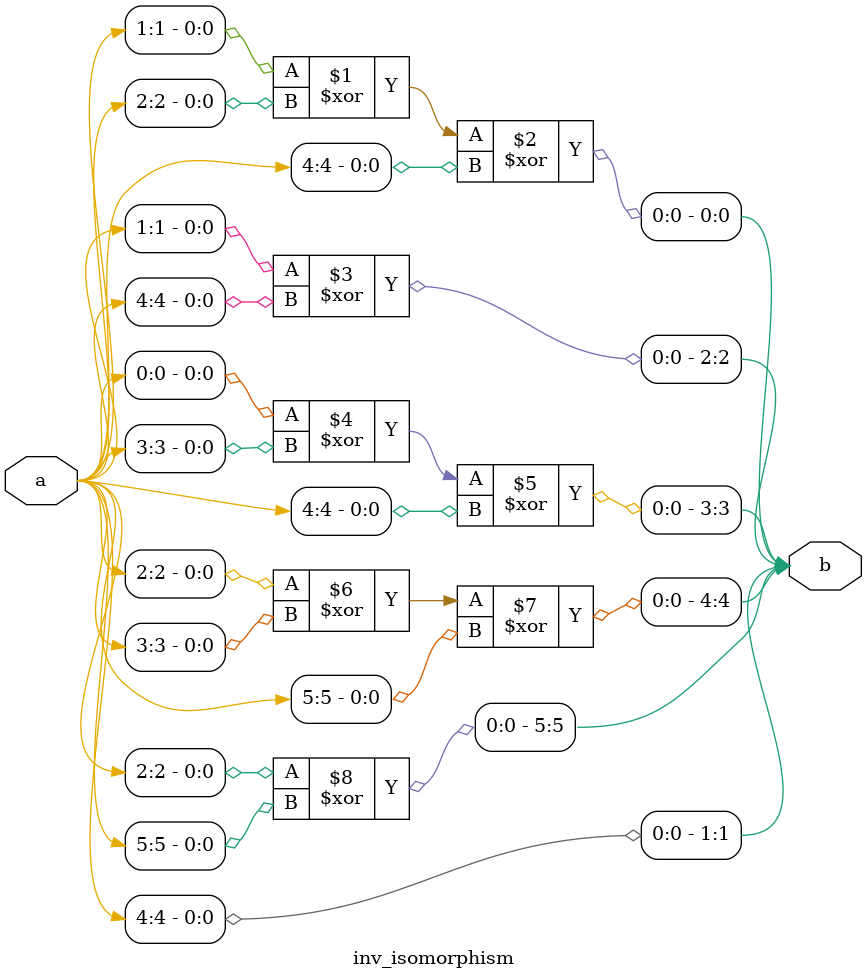
<source format=v>
`timescale 1ns/100ps
module SMS23_5_nn_5_2(x,y);
	 input [5:0] x;
	 output [5:0] y;
	 wire [5:0] w;
	 wire [5:0] p;
	 isomorphism C2 (x,w);
	 power_5 C3 (w,p);
	 inv_isomorphism C4 (p,y);
endmodule

module square_base(a,b);
	 input [1:0] a;
	 output [1:0] b;
	 assign b[0]=a[1];
	 assign b[1]=a[0];
endmodule

module add_base(a,b,c);
	 input [1:0] a;
	 input [1:0] b;
	 output [1:0] c;
	 assign c[0]=a[0]^b[0];
	 assign c[1]=a[1]^b[1];
endmodule

module constant_multiplication_base_0(a,b);
	 input [1:0] a;
	 output [1:0] b;
	 assign b[0]=0;
	 assign b[1]=0;
endmodule

module constant_multiplication_base_1(a,b);
	 input [1:0] a;
	 output [1:0] b;
	 assign b[0]=a[0];
	 assign b[1]=a[1];
endmodule

module constant_multiplication_base_2(a,b);
	 input [1:0] a;
	 output [1:0] b;
	 assign b[0]=a[1];
	 assign b[1]=a[0]^a[1];
endmodule

module constant_multiplication_base_3(a,b);
	 input [1:0] a;
	 output [1:0] b;
	 assign b[0]=a[0]^a[1];
	 assign b[1]=a[0];
endmodule

module multiplication_base(a,b,c);
	 input [1:0] a;
	 input [1:0] b;
	 output [1:0] c;
	 wire t;
	 assign t=(a[0]&b[1])^(a[1]&b[0]);
	 assign c[0]=(a[1]&b[1])^t;
	 assign c[1]=(a[0]&b[0])^t;
endmodule
module power_5(a,b);
	 input [5:0] a;
	 output [5:0] b;
	 wire [1:0] x_0;
	 wire [1:0] x_1;
	 wire [1:0] x_2;
	 wire [1:0] y_0;
	 wire [1:0] y_1;
	 wire [1:0] y_2;
	 wire [1:0] y_3;
	 wire [1:0] y_4;
	 wire [1:0] y_5;
	 wire [1:0] z_00;
	 wire [1:0] z_01;
	 wire [1:0] z_02;
	 wire [1:0] z_03;
	 wire [1:0] z_04;
	 wire [1:0] z_10;
	 wire [1:0] z_11;
	 wire [1:0] z_12;
	 wire [1:0] z_13;
	 wire [1:0] z_14;
	 wire [1:0] z_20;
	 wire [1:0] z_21;
	 wire [1:0] z_22;
	 wire [1:0] z_23;
	 wire [1:0] z_24;
	 wire [1:0] w_00;
	 wire [1:0] w_01;
	 wire [1:0] w_02;
	 wire [1:0] w_03;
	 wire [1:0] w_04;
	 wire [1:0] w_05;
	 wire [1:0] w_10;
	 wire [1:0] w_11;
	 wire [1:0] w_12;
	 wire [1:0] w_13;
	 wire [1:0] w_14;
	 wire [1:0] w_15;
	 wire [1:0] w_20;
	 wire [1:0] w_21;
	 wire [1:0] w_22;
	 wire [1:0] w_23;
	 wire [1:0] w_24;
	 wire [1:0] w_25;
	 assign x_0[0]=a[0];
	 assign x_0[1]=a[1];
	 assign x_1[0]=a[2];
	 assign x_1[1]=a[3];
	 assign x_2[0]=a[4];
	 assign x_2[1]=a[5];
	 square_base A1 (x_0,y_0);
	 square_base A2 (x_1,y_1);
	 square_base A3 (x_2,y_2);
	 multiplication_base A4 (x_0,x_1,y_3);
	 multiplication_base A5 (x_0,x_2,y_4);
	 multiplication_base A6 (x_1,x_2,y_5);
	 constant_multiplication_base_2 MC00 (y_0,w_00);
	 constant_multiplication_base_0 MC01 (y_1,w_01);
	 constant_multiplication_base_1 MC02 (y_2,w_02);
	 constant_multiplication_base_3 MC03 (y_3,w_03);
	 constant_multiplication_base_1 MC04 (y_4,w_04);
	 constant_multiplication_base_3 MC05 (y_5,w_05);
	 constant_multiplication_base_1 MC10 (y_0,w_10);
	 constant_multiplication_base_2 MC11 (y_1,w_11);
	 constant_multiplication_base_0 MC12 (y_2,w_12);
	 constant_multiplication_base_1 MC13 (y_3,w_13);
	 constant_multiplication_base_3 MC14 (y_4,w_14);
	 constant_multiplication_base_3 MC15 (y_5,w_15);
	 constant_multiplication_base_0 MC20 (y_0,w_20);
	 constant_multiplication_base_1 MC21 (y_1,w_21);
	 constant_multiplication_base_2 MC22 (y_2,w_22);
	 constant_multiplication_base_3 MC23 (y_3,w_23);
	 constant_multiplication_base_3 MC24 (y_4,w_24);
	 constant_multiplication_base_1 MC25 (y_5,w_25);
	 add_base B00 (w_00,w_01,z_00);
	 add_base B01 (w_02,w_03,z_01);
	 add_base B02 (w_04,w_05,z_02);
	 add_base B03 (z_00,z_01,z_03);
	 add_base B04 (z_03,z_02,z_04);
	 add_base B10 (w_10,w_11,z_10);
	 add_base B11 (w_12,w_13,z_11);
	 add_base B12 (w_14,w_15,z_12);
	 add_base B13 (z_10,z_11,z_13);
	 add_base B14 (z_13,z_12,z_14);
	 add_base B20 (w_20,w_21,z_20);
	 add_base B21 (w_22,w_23,z_21);
	 add_base B22 (w_24,w_25,z_22);
	 add_base B23 (z_20,z_21,z_23);
	 add_base B24 (z_23,z_22,z_24);
	 assign b[0]=z_04[0];
	 assign b[1]=z_04[1];
	 assign b[2]=z_14[0];
	 assign b[3]=z_14[1];
	 assign b[4]=z_24[0];
	 assign b[5]=z_24[1];
endmodule

module isomorphism(a,b);
	 input [5:0] a;
	 output [5:0] b;
	 assign b[0]=a[1];
	 assign b[1]=a[1]^a[3]^a[5];
	 assign b[2]=a[0]^a[1]^a[2]^a[3]^a[4]^a[5];
	 assign b[3]=a[0]^a[4];
	 assign b[4]=a[0]^a[2]^a[4]^a[5];
	 assign b[5]=a[0]^a[2]^a[3];
endmodule

module inv_isomorphism(a,b);
	 input [5:0] a;
	 output [5:0] b;
	 assign b[0]=a[1]^a[2]^a[4];
	 assign b[1]=a[4];
	 assign b[2]=a[1]^a[4];
	 assign b[3]=a[0]^a[3]^a[4];
	 assign b[4]=a[2]^a[3]^a[5];
	 assign b[5]=a[2]^a[5];
endmodule


</source>
